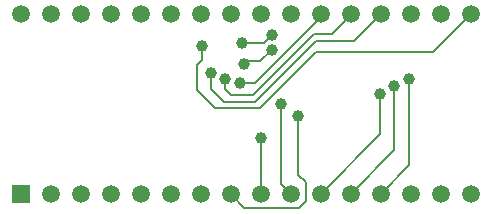
<source format=gbr>
G04 DipTrace 3.0.0.2*
G04 Bottom.gbr*
%MOIN*%
G04 #@! TF.FileFunction,Copper,L2,Bot*
G04 #@! TF.Part,Single*
G04 #@! TA.AperFunction,Conductor*
%ADD13C,0.007874*%
G04 #@! TA.AperFunction,ComponentPad*
%ADD16R,0.059055X0.059055*%
%ADD17C,0.059055*%
G04 #@! TA.AperFunction,ViaPad*
%ADD19C,0.03937*%
%FSLAX26Y26*%
G04*
G70*
G90*
G75*
G01*
G04 Bottom*
%LPD*%
X1100000Y961417D2*
D13*
Y914961D1*
X1084252Y899213D1*
Y814173D1*
X1143307Y755118D1*
X1293701D1*
X1479528Y940945D1*
X1868898D1*
X1995669Y1067717D1*
X1234646Y972441D2*
X1306299D1*
X1333071Y999213D1*
X1241732Y901575D2*
Y910236D1*
X1294488D1*
X1333071Y948819D1*
X1131496Y870079D2*
Y816535D1*
X1174803Y773228D1*
X1275591D1*
X1480315Y977953D1*
X1605906D1*
X1695669Y1067717D1*
X1178740Y852756D2*
Y816535D1*
X1196063Y799213D1*
X1269291D1*
X1472441Y1002362D1*
X1534646D1*
X1595669Y1063386D1*
Y1067717D1*
X1226772Y837008D2*
X1277165D1*
X1507874Y1067717D1*
X1495669D1*
X1791339Y851181D2*
Y563386D1*
X1695669Y467717D1*
X1741732Y828346D2*
Y613780D1*
X1595669Y467717D1*
X1694488Y800787D2*
Y666535D1*
X1495669Y467717D1*
X1363780Y769291D2*
Y499606D1*
X1395669Y467717D1*
X1295669Y653150D2*
Y467717D1*
X1422047Y726772D2*
Y531496D1*
X1445669Y507874D1*
Y443307D1*
X1424409Y422047D1*
X1241339D1*
X1195669Y467717D1*
D19*
X1100000Y961417D3*
X1234646Y972441D3*
X1333071Y999213D3*
X1241732Y901575D3*
X1333071Y948819D3*
X1131496Y870079D3*
X1178740Y852756D3*
X1226772Y837008D3*
X1791339Y851181D3*
X1741732Y828346D3*
X1694488Y800787D3*
X1363780Y769291D3*
X1295669Y653150D3*
X1422047Y726772D3*
D16*
X495669Y467717D3*
D17*
X595669D3*
X695669D3*
X795669D3*
X895669D3*
X995669D3*
X1095669D3*
X1195669D3*
X1295669D3*
X1395669D3*
X1495669D3*
X1595669D3*
X1695669D3*
X1795669D3*
X1895669D3*
X1995669D3*
Y1067717D3*
X1895669D3*
X1795669D3*
X1695669D3*
X1595669D3*
X1495669D3*
X1395669D3*
X1295669D3*
X1195669D3*
X1095669D3*
X995669D3*
X895669D3*
X795669D3*
X695669D3*
X595669D3*
X495669D3*
M02*

</source>
